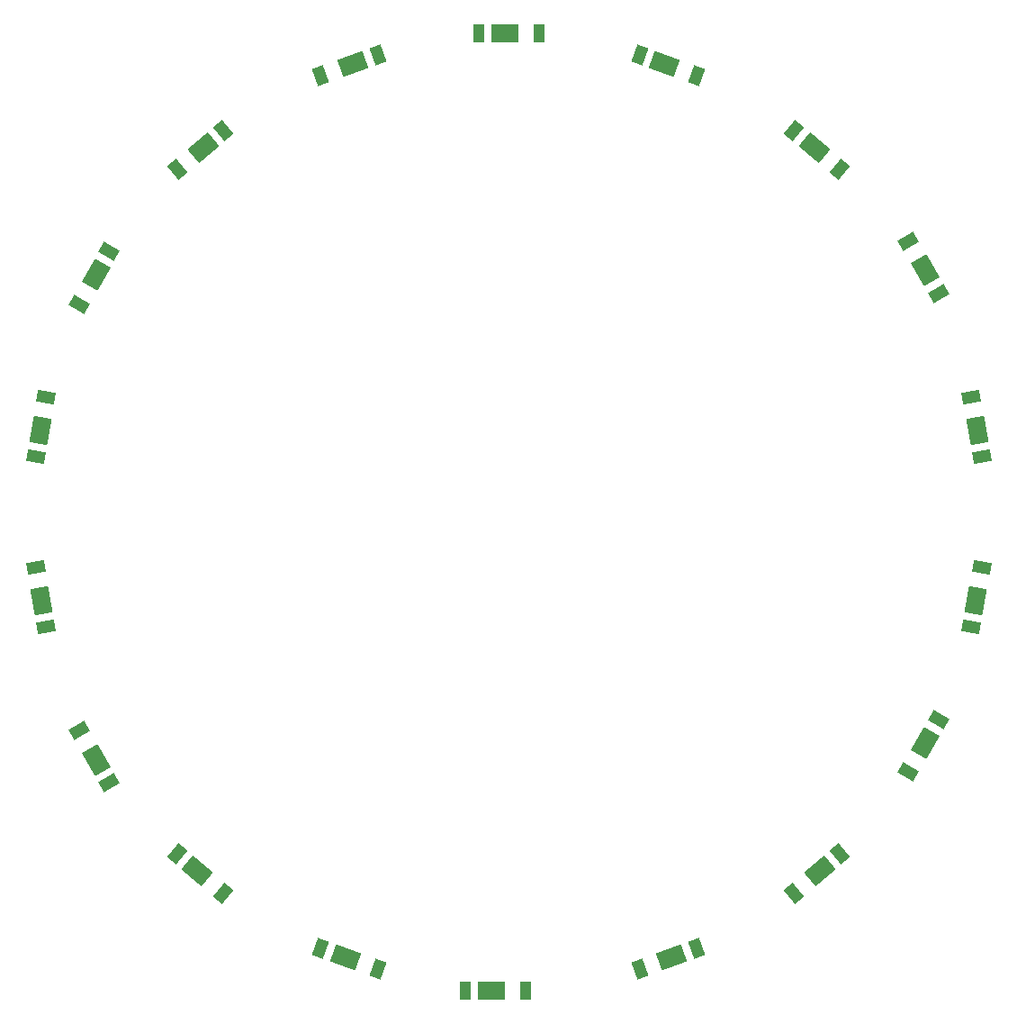
<source format=gbr>
%TF.GenerationSoftware,KiCad,Pcbnew,(6.0.9)*%
%TF.CreationDate,2022-11-20T19:55:09+01:00*%
%TF.ProjectId,ZLight_V2,5a4c6967-6874-45f5-9632-2e6b69636164,rev?*%
%TF.SameCoordinates,Original*%
%TF.FileFunction,Paste,Bot*%
%TF.FilePolarity,Positive*%
%FSLAX46Y46*%
G04 Gerber Fmt 4.6, Leading zero omitted, Abs format (unit mm)*
G04 Created by KiCad (PCBNEW (6.0.9)) date 2022-11-20 19:55:09*
%MOMM*%
%LPD*%
G01*
G04 APERTURE LIST*
G04 Aperture macros list*
%AMRotRect*
0 Rectangle, with rotation*
0 The origin of the aperture is its center*
0 $1 length*
0 $2 width*
0 $3 Rotation angle, in degrees counterclockwise*
0 Add horizontal line*
21,1,$1,$2,0,0,$3*%
G04 Aperture macros list end*
%ADD10RotRect,1.100000X1.700000X160.000000*%
%ADD11RotRect,2.500000X1.700000X160.000000*%
%ADD12RotRect,1.100000X1.700000X300.000000*%
%ADD13RotRect,2.500000X1.700000X300.000000*%
%ADD14RotRect,1.100000X1.700000X20.000000*%
%ADD15RotRect,2.500000X1.700000X20.000000*%
%ADD16RotRect,1.100000X1.700000X60.000000*%
%ADD17RotRect,2.500000X1.700000X60.000000*%
%ADD18RotRect,1.100000X1.700000X260.000000*%
%ADD19RotRect,2.500000X1.700000X260.000000*%
%ADD20RotRect,1.100000X1.700000X40.000000*%
%ADD21RotRect,2.500000X1.700000X40.000000*%
%ADD22RotRect,1.100000X1.700000X140.000000*%
%ADD23RotRect,2.500000X1.700000X140.000000*%
%ADD24R,1.100000X1.700000*%
%ADD25R,2.500000X1.700000*%
%ADD26RotRect,1.100000X1.700000X280.000000*%
%ADD27RotRect,2.500000X1.700000X280.000000*%
G04 APERTURE END LIST*
D10*
%TO.C,D12*%
X137678124Y-142974757D03*
X132321876Y-141025243D03*
D11*
X134671108Y-141880293D03*
%TD*%
D12*
%TO.C,D8*%
X109575000Y-120531828D03*
X112425000Y-125468172D03*
D13*
X111175000Y-123303109D03*
%TD*%
D14*
%TO.C,D9*%
X132321876Y-58974757D03*
X137678124Y-57025243D03*
D15*
X135328892Y-57880293D03*
%TD*%
D16*
%TO.C,D19*%
X109575000Y-80468172D03*
X112425000Y-75531828D03*
D17*
X111175000Y-77696891D03*
%TD*%
D18*
%TO.C,D5*%
X194494897Y-105193298D03*
D19*
X193939223Y-108344683D03*
D18*
X193505103Y-110806702D03*
%TD*%
D10*
%TO.C,D11*%
X167678124Y-58974757D03*
X162321876Y-57025243D03*
D11*
X164671108Y-57880293D03*
%TD*%
D12*
%TO.C,D15*%
X187575000Y-74531828D03*
D13*
X189175000Y-77303109D03*
D12*
X190425000Y-79468172D03*
%TD*%
D20*
%TO.C,D14*%
X118816773Y-67831945D03*
X123183227Y-64168055D03*
D21*
X121268116Y-65775024D03*
%TD*%
D22*
%TO.C,D16*%
X181183227Y-67831945D03*
X176816773Y-64168055D03*
D23*
X178731884Y-65775024D03*
%TD*%
D24*
%TO.C,D17*%
X151600000Y-145000000D03*
X145900000Y-145000000D03*
D25*
X148400000Y-145000000D03*
%TD*%
D26*
%TO.C,D10*%
X193505103Y-89193298D03*
X194494897Y-94806702D03*
D27*
X194060777Y-92344683D03*
%TD*%
D16*
%TO.C,D3*%
X187575000Y-124468172D03*
X190425000Y-119531828D03*
D17*
X189175000Y-121696891D03*
%TD*%
D22*
%TO.C,D7*%
X123183227Y-135831945D03*
D23*
X120731884Y-133775024D03*
D22*
X118816773Y-132168055D03*
%TD*%
D14*
%TO.C,D2*%
X162321876Y-142974757D03*
X167678124Y-141025243D03*
D15*
X165328892Y-141880293D03*
%TD*%
D18*
%TO.C,D18*%
X106494897Y-89193298D03*
D19*
X105939223Y-92344683D03*
D18*
X105505103Y-94806702D03*
%TD*%
D26*
%TO.C,D13*%
X105505103Y-105193298D03*
D27*
X106060777Y-108344683D03*
D26*
X106494897Y-110806702D03*
%TD*%
D24*
%TO.C,D6*%
X152850000Y-55000000D03*
D25*
X149650000Y-55000000D03*
D24*
X147150000Y-55000000D03*
%TD*%
D20*
%TO.C,D4*%
X176816773Y-135831945D03*
D21*
X179268116Y-133775024D03*
D20*
X181183227Y-132168055D03*
%TD*%
M02*

</source>
